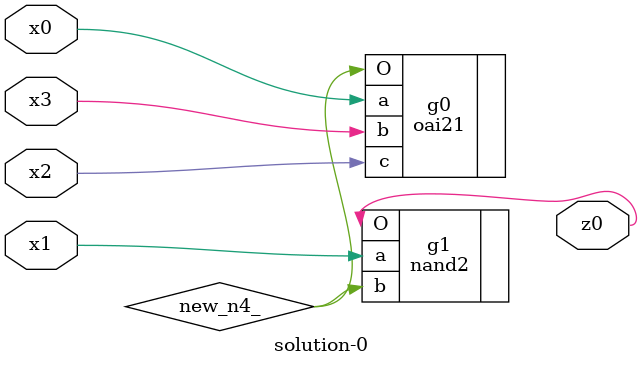
<source format=v>
module \solution-0 (
  x0, x1, x2, x3,
  z0 );
  input x0, x1, x2, x3;
  output z0;
  wire new_n4_;
  oai21  g0(.a(x0), .b(x3), .c(x2), .O(new_n4_));
  nand2  g1(.a(x1), .b(new_n4_), .O(z0));
endmodule

</source>
